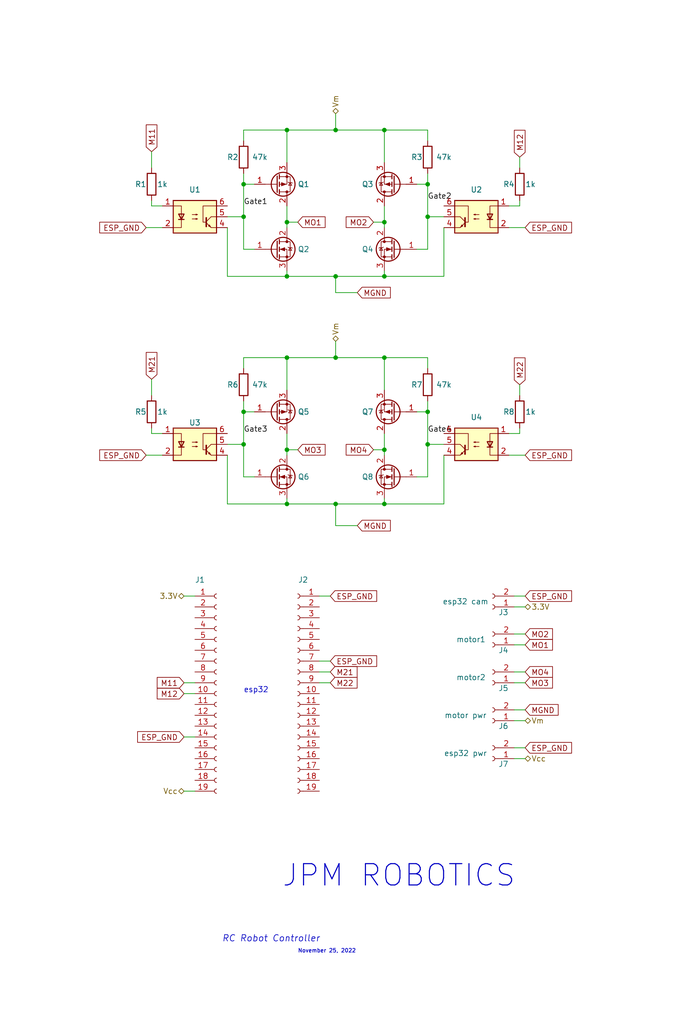
<source format=kicad_sch>
(kicad_sch (version 20211123) (generator eeschema)
  (paper "User" 159.995 240.005)
  (lib_symbols
    (symbol "Connector:Conn_01x02_Female" (pin_names (offset 1.016) hide)
      (property "Reference" "J" (at 0 2.54 0))
      (property "Value" "Conn_01x02_Female" (at 0 -5.08 0))
      (symbol "Conn_01x02_Female_1_1"
        (arc (start 0 -2.032) (mid -0.508 -2.54) (end 0 -3.048) (stroke (width 0.1524)))
        (polyline (pts (xy -1.27 -2.54) (xy -0.508 -2.54)) (stroke (width 0.1524)))
        (polyline (pts (xy -1.27 0) (xy -0.508 0)) (stroke (width 0.1524)))
        (arc (start 0 0.508) (mid -0.508 0) (end 0 -0.508) (stroke (width 0.1524)))
        (pin passive line (at -5.08 0 0) (length 3.81) (name "Pin_1") (number "1"))
        (pin passive line (at -5.08 -2.54 0) (length 3.81) (name "Pin_2") (number "2"))
      )
    )
    (symbol "Connector:Conn_01x19_Female" (pin_names (offset 1.016) hide)
      (property "Reference" "J" (at 0 25.4 0))
      (property "Value" "Conn_01x19_Female" (at 0 -25.4 0))
      (symbol "Conn_01x19_Female_1_1"
        (arc (start 0 -22.352) (mid -0.508 -22.86) (end 0 -23.368) (stroke (width 0.1524)))
        (arc (start 0 -19.812) (mid -0.508 -20.32) (end 0 -20.828) (stroke (width 0.1524)))
        (arc (start 0 -17.272) (mid -0.508 -17.78) (end 0 -18.288) (stroke (width 0.1524)))
        (arc (start 0 -14.732) (mid -0.508 -15.24) (end 0 -15.748) (stroke (width 0.1524)))
        (arc (start 0 -12.192) (mid -0.508 -12.7) (end 0 -13.208) (stroke (width 0.1524)))
        (arc (start 0 -9.652) (mid -0.508 -10.16) (end 0 -10.668) (stroke (width 0.1524)))
        (arc (start 0 -7.112) (mid -0.508 -7.62) (end 0 -8.128) (stroke (width 0.1524)))
        (arc (start 0 -4.572) (mid -0.508 -5.08) (end 0 -5.588) (stroke (width 0.1524)))
        (arc (start 0 -2.032) (mid -0.508 -2.54) (end 0 -3.048) (stroke (width 0.1524)))
        (polyline (pts (xy -1.27 -22.86) (xy -0.508 -22.86)) (stroke (width 0.1524)))
        (polyline (pts (xy -1.27 -20.32) (xy -0.508 -20.32)) (stroke (width 0.1524)))
        (polyline (pts (xy -1.27 -17.78) (xy -0.508 -17.78)) (stroke (width 0.1524)))
        (polyline (pts (xy -1.27 -15.24) (xy -0.508 -15.24)) (stroke (width 0.1524)))
        (polyline (pts (xy -1.27 -12.7) (xy -0.508 -12.7)) (stroke (width 0.1524)))
        (polyline (pts (xy -1.27 -10.16) (xy -0.508 -10.16)) (stroke (width 0.1524)))
        (polyline (pts (xy -1.27 -7.62) (xy -0.508 -7.62)) (stroke (width 0.1524)))
        (polyline (pts (xy -1.27 -5.08) (xy -0.508 -5.08)) (stroke (width 0.1524)))
        (polyline (pts (xy -1.27 -2.54) (xy -0.508 -2.54)) (stroke (width 0.1524)))
        (polyline (pts (xy -1.27 0) (xy -0.508 0)) (stroke (width 0.1524)))
        (polyline (pts (xy -1.27 2.54) (xy -0.508 2.54)) (stroke (width 0.1524)))
        (polyline (pts (xy -1.27 5.08) (xy -0.508 5.08)) (stroke (width 0.1524)))
        (polyline (pts (xy -1.27 7.62) (xy -0.508 7.62)) (stroke (width 0.1524)))
        (polyline (pts (xy -1.27 10.16) (xy -0.508 10.16)) (stroke (width 0.1524)))
        (polyline (pts (xy -1.27 12.7) (xy -0.508 12.7)) (stroke (width 0.1524)))
        (polyline (pts (xy -1.27 15.24) (xy -0.508 15.24)) (stroke (width 0.1524)))
        (polyline (pts (xy -1.27 17.78) (xy -0.508 17.78)) (stroke (width 0.1524)))
        (polyline (pts (xy -1.27 20.32) (xy -0.508 20.32)) (stroke (width 0.1524)))
        (polyline (pts (xy -1.27 22.86) (xy -0.508 22.86)) (stroke (width 0.1524)))
        (arc (start 0 0.508) (mid -0.508 0) (end 0 -0.508) (stroke (width 0.1524)))
        (arc (start 0 3.048) (mid -0.508 2.54) (end 0 2.032) (stroke (width 0.1524)))
        (arc (start 0 5.588) (mid -0.508 5.08) (end 0 4.572) (stroke (width 0.1524)))
        (arc (start 0 8.128) (mid -0.508 7.62) (end 0 7.112) (stroke (width 0.1524)))
        (arc (start 0 10.668) (mid -0.508 10.16) (end 0 9.652) (stroke (width 0.1524)))
        (arc (start 0 13.208) (mid -0.508 12.7) (end 0 12.192) (stroke (width 0.1524)))
        (arc (start 0 15.748) (mid -0.508 15.24) (end 0 14.732) (stroke (width 0.1524)))
        (arc (start 0 18.288) (mid -0.508 17.78) (end 0 17.272) (stroke (width 0.1524)))
        (arc (start 0 20.828) (mid -0.508 20.32) (end 0 19.812) (stroke (width 0.1524)))
        (arc (start 0 23.368) (mid -0.508 22.86) (end 0 22.352) (stroke (width 0.1524)))
        (pin passive line (at -5.08 22.86 0) (length 3.81) (name "Pin_1") (number "1"))
        (pin passive line (at -5.08 0 0) (length 3.81) (name "Pin_10") (number "10"))
        (pin passive line (at -5.08 -2.54 0) (length 3.81) (name "Pin_11") (number "11"))
        (pin passive line (at -5.08 -5.08 0) (length 3.81) (name "Pin_12") (number "12"))
        (pin passive line (at -5.08 -7.62 0) (length 3.81) (name "Pin_13") (number "13"))
        (pin passive line (at -5.08 -10.16 0) (length 3.81) (name "Pin_14") (number "14"))
        (pin passive line (at -5.08 -12.7 0) (length 3.81) (name "Pin_15") (number "15"))
        (pin passive line (at -5.08 -15.24 0) (length 3.81) (name "Pin_16") (number "16"))
        (pin passive line (at -5.08 -17.78 0) (length 3.81) (name "Pin_17") (number "17"))
        (pin passive line (at -5.08 -20.32 0) (length 3.81) (name "Pin_18") (number "18"))
        (pin passive line (at -5.08 -22.86 0) (length 3.81) (name "Pin_19") (number "19"))
        (pin passive line (at -5.08 20.32 0) (length 3.81) (name "Pin_2") (number "2"))
        (pin passive line (at -5.08 17.78 0) (length 3.81) (name "Pin_3") (number "3"))
        (pin passive line (at -5.08 15.24 0) (length 3.81) (name "Pin_4") (number "4"))
        (pin passive line (at -5.08 12.7 0) (length 3.81) (name "Pin_5") (number "5"))
        (pin passive line (at -5.08 10.16 0) (length 3.81) (name "Pin_6") (number "6"))
        (pin passive line (at -5.08 7.62 0) (length 3.81) (name "Pin_7") (number "7"))
        (pin passive line (at -5.08 5.08 0) (length 3.81) (name "Pin_8") (number "8"))
        (pin passive line (at -5.08 2.54 0) (length 3.81) (name "Pin_9") (number "9"))
      )
    )
    (symbol "Device:Q_NMOS_GDS" (pin_names (offset 0) hide)
      (property "Reference" "Q" (at 5.08 1.27 0))
      (property "Value" "Q_NMOS_GDS" (at 5.08 -1.27 0))
      (symbol "Q_NMOS_GDS_0_1"
        (polyline (pts (xy 0.254 0) (xy -2.54 0)))
        (polyline (pts (xy 0.254 1.905) (xy 0.254 -1.905)) (stroke (width 0.254)))
        (polyline (pts (xy 0.762 -1.27) (xy 0.762 -2.286)) (stroke (width 0.254)))
        (polyline (pts (xy 0.762 0.508) (xy 0.762 -0.508)) (stroke (width 0.254)))
        (polyline (pts (xy 0.762 2.286) (xy 0.762 1.27)) (stroke (width 0.254)))
        (polyline (pts (xy 2.54 2.54) (xy 2.54 1.778)))
        (polyline (pts (xy 2.54 -2.54) (xy 2.54 0) (xy 0.762 0)))
        (polyline (pts (xy 0.762 -1.778) (xy 3.302 -1.778) (xy 3.302 1.778) (xy 0.762 1.778)))
        (polyline (pts (xy 1.016 0) (xy 2.032 0.381) (xy 2.032 -0.381) (xy 1.016 0)) (fill (type outline)))
        (polyline (pts (xy 2.794 0.508) (xy 2.921 0.381) (xy 3.683 0.381) (xy 3.81 0.254)))
        (polyline (pts (xy 3.302 0.381) (xy 2.921 -0.254) (xy 3.683 -0.254) (xy 3.302 0.381)))
        (circle (center 1.651 0) (radius 2.794) (stroke (width 0.254)))
        (circle (center 2.54 -1.778) (radius 0.254) (fill (type outline)))
        (circle (center 2.54 1.778) (radius 0.254) (fill (type outline)))
      )
      (symbol "Q_NMOS_GDS_1_1"
        (pin input line (at -5.08 0 0) (length 2.54) (name "G") (number "1"))
        (pin passive line (at 2.54 5.08 270) (length 2.54) (name "D") (number "2"))
        (pin passive line (at 2.54 -5.08 90) (length 2.54) (name "S") (number "3"))
      )
    )
    (symbol "Device:Q_PMOS_GDS" (pin_names (offset 0) hide)
      (property "Reference" "Q" (at 5.08 1.27 0))
      (property "Value" "Q_PMOS_GDS" (at 5.08 -1.27 0))
      (symbol "Q_PMOS_GDS_0_1"
        (polyline (pts (xy 0.254 0) (xy -2.54 0)))
        (polyline (pts (xy 0.254 1.905) (xy 0.254 -1.905)) (stroke (width 0.254)))
        (polyline (pts (xy 0.762 -1.27) (xy 0.762 -2.286)) (stroke (width 0.254)))
        (polyline (pts (xy 0.762 0.508) (xy 0.762 -0.508)) (stroke (width 0.254)))
        (polyline (pts (xy 0.762 2.286) (xy 0.762 1.27)) (stroke (width 0.254)))
        (polyline (pts (xy 2.54 2.54) (xy 2.54 1.778)))
        (polyline (pts (xy 2.54 -2.54) (xy 2.54 0) (xy 0.762 0)))
        (polyline (pts (xy 0.762 1.778) (xy 3.302 1.778) (xy 3.302 -1.778) (xy 0.762 -1.778)))
        (polyline (pts (xy 2.286 0) (xy 1.27 0.381) (xy 1.27 -0.381) (xy 2.286 0)) (fill (type outline)))
        (polyline (pts (xy 2.794 -0.508) (xy 2.921 -0.381) (xy 3.683 -0.381) (xy 3.81 -0.254)))
        (polyline (pts (xy 3.302 -0.381) (xy 2.921 0.254) (xy 3.683 0.254) (xy 3.302 -0.381)))
        (circle (center 1.651 0) (radius 2.794) (stroke (width 0.254)))
        (circle (center 2.54 -1.778) (radius 0.254) (fill (type outline)))
        (circle (center 2.54 1.778) (radius 0.254) (fill (type outline)))
      )
      (symbol "Q_PMOS_GDS_1_1"
        (pin input line (at -5.08 0 0) (length 2.54) (name "G") (number "1"))
        (pin passive line (at 2.54 5.08 270) (length 2.54) (name "D") (number "2"))
        (pin passive line (at 2.54 -5.08 90) (length 2.54) (name "S") (number "3"))
      )
    )
    (symbol "Device:R" (pin_numbers hide) (pin_names (offset 0))
      (property "Reference" "R" (at 2.032 0 90))
      (property "Value" "R" (at 0 0 90))
      (symbol "R_0_1"
        (rectangle (start -1.016 -2.54) (end 1.016 2.54) (stroke (width 0.254)))
      )
      (symbol "R_1_1"
        (pin passive line (at 0 3.81 270) (length 1.27) (name "~") (number "1"))
        (pin passive line (at 0 -3.81 90) (length 1.27) (name "~") (number "2"))
      )
    )
    (symbol "Isolator:4N25" (pin_names (offset 1.016))
      (property "Reference" "U" (at -5.08 5.08 0))
      (property "Value" "4N25" (at 0 5.08 0))
      (symbol "4N25_0_1"
        (rectangle (start -5.08 3.81) (end 5.08 -3.81) (stroke (width 0.254)) (fill (type background)))
        (polyline (pts (xy -3.81 -0.635) (xy -2.54 -0.635)) (stroke (width 0.254)))
        (polyline (pts (xy 2.667 -1.397) (xy 3.81 -2.54)))
        (polyline (pts (xy 2.667 -1.143) (xy 3.81 0)))
        (polyline (pts (xy 3.81 -2.54) (xy 5.08 -2.54)))
        (polyline (pts (xy 3.81 0) (xy 5.08 0)))
        (polyline (pts (xy 2.667 -0.254) (xy 2.667 -2.286) (xy 2.667 -2.286)) (stroke (width 0.3556)))
        (polyline (pts (xy -5.08 -2.54) (xy -3.175 -2.54) (xy -3.175 2.54) (xy -5.08 2.54)))
        (polyline (pts (xy -3.175 -0.635) (xy -3.81 0.635) (xy -2.54 0.635) (xy -3.175 -0.635)) (stroke (width 0.254)))
        (polyline (pts (xy 3.683 -2.413) (xy 3.429 -1.905) (xy 3.175 -2.159) (xy 3.683 -2.413)))
        (polyline (pts (xy 5.08 2.54) (xy 1.905 2.54) (xy 1.905 -1.27) (xy 2.54 -1.27)))
        (polyline (pts (xy -0.635 -0.508) (xy 0.635 -0.508) (xy 0.254 -0.635) (xy 0.254 -0.381) (xy 0.635 -0.508)))
        (polyline (pts (xy -0.635 0.508) (xy 0.635 0.508) (xy 0.254 0.381) (xy 0.254 0.635) (xy 0.635 0.508)))
      )
      (symbol "4N25_1_1"
        (pin passive line (at -7.62 2.54 0) (length 2.54) (name "~") (number "1"))
        (pin passive line (at -7.62 -2.54 0) (length 2.54) (name "~") (number "2"))
        (pin no_connect line (at -5.08 0 0) (length 2.54) hide (name "NC") (number "3"))
        (pin passive line (at 7.62 -2.54 180) (length 2.54) (name "~") (number "4"))
        (pin passive line (at 7.62 0 180) (length 2.54) (name "~") (number "5"))
        (pin passive line (at 7.62 2.54 180) (length 2.54) (name "~") (number "6"))
      )
    )
  )
  (junction (at 100.33 104.14))
  (junction (at 100.33 43.18))
  (junction (at 67.31 30.48))
  (junction (at 90.17 64.77))
  (junction (at 57.15 104.14))
  (junction (at 67.31 105.41))
  (junction (at 100.33 96.52))
  (junction (at 57.15 50.8))
  (junction (at 78.74 83.82))
  (junction (at 90.17 105.41))
  (junction (at 90.17 52.07))
  (junction (at 67.31 83.82))
  (junction (at 78.74 30.48))
  (junction (at 100.33 50.8))
  (junction (at 78.74 118.11))
  (junction (at 90.17 83.82))
  (junction (at 67.31 52.07))
  (junction (at 57.15 43.18))
  (junction (at 67.31 118.11))
  (junction (at 78.74 64.77))
  (junction (at 90.17 118.11))
  (junction (at 90.17 30.48))
  (junction (at 57.15 96.52))
  (junction (at 67.31 64.77))
  (wire (pts (xy 83.82 68.58) (xy 78.74 68.58)))
  (wire (pts (xy 57.15 83.82) (xy 67.31 83.82)))
  (wire (pts (xy 67.31 63.5) (xy 67.31 64.77)))
  (wire (pts (xy 53.34 53.34) (xy 53.34 64.77)))
  (wire (pts (xy 67.31 101.6) (xy 67.31 105.41)))
  (wire (pts (xy 78.74 118.11) (xy 90.17 118.11)))
  (wire (pts (xy 97.79 58.42) (xy 100.33 58.42)))
  (wire (pts (xy 53.34 104.14) (xy 57.15 104.14)))
  (wire (pts (xy 57.15 43.18) (xy 57.15 50.8)))
  (wire (pts (xy 104.14 106.68) (xy 104.14 118.11)))
  (wire (pts (xy 100.33 33.02) (xy 100.33 30.48)))
  (wire (pts (xy 120.65 157.48) (xy 123.19 157.48)))
  (wire (pts (xy 87.63 52.07) (xy 90.17 52.07)))
  (wire (pts (xy 90.17 52.07) (xy 90.17 53.34)))
  (wire (pts (xy 90.17 64.77) (xy 90.17 63.5)))
  (wire (pts (xy 120.65 168.91) (xy 123.19 168.91)))
  (wire (pts (xy 100.33 86.36) (xy 100.33 83.82)))
  (wire (pts (xy 43.18 139.7) (xy 45.72 139.7)))
  (wire (pts (xy 34.29 53.34) (xy 38.1 53.34)))
  (wire (pts (xy 57.15 104.14) (xy 57.15 111.76)))
  (wire (pts (xy 74.93 139.7) (xy 77.47 139.7)))
  (wire (pts (xy 59.69 58.42) (xy 57.15 58.42)))
  (wire (pts (xy 120.65 142.24) (xy 123.19 142.24)))
  (wire (pts (xy 90.17 30.48) (xy 100.33 30.48)))
  (wire (pts (xy 119.38 106.68) (xy 123.19 106.68)))
  (wire (pts (xy 43.18 160.02) (xy 45.72 160.02)))
  (wire (pts (xy 53.34 64.77) (xy 67.31 64.77)))
  (wire (pts (xy 67.31 118.11) (xy 78.74 118.11)))
  (wire (pts (xy 97.79 111.76) (xy 100.33 111.76)))
  (wire (pts (xy 43.18 162.56) (xy 45.72 162.56)))
  (wire (pts (xy 57.15 50.8) (xy 57.15 58.42)))
  (wire (pts (xy 57.15 96.52) (xy 57.15 104.14)))
  (wire (pts (xy 121.92 100.33) (xy 121.92 101.6)))
  (wire (pts (xy 35.56 35.56) (xy 35.56 39.37)))
  (wire (pts (xy 100.33 40.64) (xy 100.33 43.18)))
  (wire (pts (xy 74.93 154.94) (xy 77.47 154.94)))
  (wire (pts (xy 35.56 101.6) (xy 38.1 101.6)))
  (wire (pts (xy 104.14 64.77) (xy 90.17 64.77)))
  (wire (pts (xy 119.38 101.6) (xy 121.92 101.6)))
  (wire (pts (xy 90.17 30.48) (xy 90.17 38.1)))
  (wire (pts (xy 120.65 148.59) (xy 123.19 148.59)))
  (wire (pts (xy 87.63 105.41) (xy 90.17 105.41)))
  (wire (pts (xy 57.15 43.18) (xy 59.69 43.18)))
  (wire (pts (xy 57.15 96.52) (xy 59.69 96.52)))
  (wire (pts (xy 67.31 105.41) (xy 67.31 106.68)))
  (wire (pts (xy 100.33 93.98) (xy 100.33 96.52)))
  (wire (pts (xy 90.17 48.26) (xy 90.17 52.07)))
  (wire (pts (xy 90.17 83.82) (xy 90.17 91.44)))
  (wire (pts (xy 90.17 105.41) (xy 90.17 106.68)))
  (wire (pts (xy 90.17 101.6) (xy 90.17 105.41)))
  (wire (pts (xy 78.74 83.82) (xy 90.17 83.82)))
  (wire (pts (xy 35.56 46.99) (xy 35.56 48.26)))
  (wire (pts (xy 35.56 48.26) (xy 38.1 48.26)))
  (wire (pts (xy 97.79 96.52) (xy 100.33 96.52)))
  (wire (pts (xy 74.93 160.02) (xy 77.47 160.02)))
  (wire (pts (xy 123.19 175.26) (xy 120.65 175.26)))
  (wire (pts (xy 67.31 83.82) (xy 78.74 83.82)))
  (wire (pts (xy 120.65 151.13) (xy 123.19 151.13)))
  (wire (pts (xy 43.18 172.72) (xy 45.72 172.72)))
  (wire (pts (xy 119.38 53.34) (xy 123.19 53.34)))
  (wire (pts (xy 57.15 40.64) (xy 57.15 43.18)))
  (wire (pts (xy 57.15 93.98) (xy 57.15 96.52)))
  (wire (pts (xy 43.18 185.42) (xy 45.72 185.42)))
  (wire (pts (xy 100.33 50.8) (xy 100.33 58.42)))
  (wire (pts (xy 119.38 48.26) (xy 121.92 48.26)))
  (wire (pts (xy 35.56 88.9) (xy 35.56 92.71)))
  (wire (pts (xy 67.31 52.07) (xy 69.85 52.07)))
  (wire (pts (xy 57.15 30.48) (xy 67.31 30.48)))
  (wire (pts (xy 59.69 111.76) (xy 57.15 111.76)))
  (wire (pts (xy 78.74 80.01) (xy 78.74 83.82)))
  (wire (pts (xy 100.33 96.52) (xy 100.33 104.14)))
  (wire (pts (xy 121.92 36.83) (xy 121.92 39.37)))
  (wire (pts (xy 53.34 50.8) (xy 57.15 50.8)))
  (wire (pts (xy 123.19 177.8) (xy 120.65 177.8)))
  (wire (pts (xy 120.65 166.37) (xy 123.19 166.37)))
  (wire (pts (xy 35.56 100.33) (xy 35.56 101.6)))
  (wire (pts (xy 67.31 52.07) (xy 67.31 53.34)))
  (wire (pts (xy 57.15 86.36) (xy 57.15 83.82)))
  (wire (pts (xy 120.65 139.7) (xy 123.19 139.7)))
  (wire (pts (xy 78.74 64.77) (xy 78.74 68.58)))
  (wire (pts (xy 100.33 104.14) (xy 100.33 111.76)))
  (wire (pts (xy 104.14 118.11) (xy 90.17 118.11)))
  (wire (pts (xy 74.93 157.48) (xy 77.47 157.48)))
  (wire (pts (xy 67.31 83.82) (xy 67.31 91.44)))
  (wire (pts (xy 67.31 48.26) (xy 67.31 52.07)))
  (wire (pts (xy 78.74 123.19) (xy 78.74 118.11)))
  (wire (pts (xy 104.14 53.34) (xy 104.14 64.77)))
  (wire (pts (xy 57.15 33.02) (xy 57.15 30.48)))
  (wire (pts (xy 121.92 90.17) (xy 121.92 92.71)))
  (wire (pts (xy 67.31 30.48) (xy 78.74 30.48)))
  (wire (pts (xy 97.79 43.18) (xy 100.33 43.18)))
  (wire (pts (xy 90.17 83.82) (xy 100.33 83.82)))
  (wire (pts (xy 100.33 50.8) (xy 104.14 50.8)))
  (wire (pts (xy 67.31 105.41) (xy 69.85 105.41)))
  (wire (pts (xy 53.34 118.11) (xy 67.31 118.11)))
  (wire (pts (xy 90.17 118.11) (xy 90.17 116.84)))
  (wire (pts (xy 100.33 43.18) (xy 100.33 50.8)))
  (wire (pts (xy 78.74 26.67) (xy 78.74 30.48)))
  (wire (pts (xy 67.31 116.84) (xy 67.31 118.11)))
  (wire (pts (xy 34.29 106.68) (xy 38.1 106.68)))
  (wire (pts (xy 67.31 30.48) (xy 67.31 38.1)))
  (wire (pts (xy 53.34 106.68) (xy 53.34 118.11)))
  (wire (pts (xy 120.65 160.02) (xy 123.19 160.02)))
  (wire (pts (xy 100.33 104.14) (xy 104.14 104.14)))
  (wire (pts (xy 78.74 64.77) (xy 90.17 64.77)))
  (wire (pts (xy 83.82 123.19) (xy 78.74 123.19)))
  (wire (pts (xy 78.74 30.48) (xy 90.17 30.48)))
  (wire (pts (xy 121.92 46.99) (xy 121.92 48.26)))
  (wire (pts (xy 67.31 64.77) (xy 78.74 64.77)))
  (text "esp32" (at 57.15 162.56 0) (effects (font (size 1.27 1.27)) (justify left bottom)))
  (text "November 25, 2022" (at 69.85 223.52 0) (effects (font (size 0.9 0.9)) (justify left bottom)))
  (text "JPM ROBOTICS" (at 66.04 208.28 0) (effects (font (size 5 5) (thickness 0.254) bold) (justify left bottom)))
  (text "RC Robot Controller\n" (at 52.07 220.98 0) (effects (font (size 1.5 1.5) italic) (justify left bottom)))
  (label "Gate2" (at 100.33 46.99 0))
  (label "Gate1" (at 57.15 48.26 0))
  (label "Gate3" (at 57.15 101.6 0))
  (label "Gate4" (at 100.33 101.6 0))
  (global_label "MO1" (shape input) (at 123.19 151.13 0) (property "Intersheet References" "${INTERSHEET_REFS}" (effects hide)))
  (global_label "ESP_GND" (shape input) (at 43.18 172.72 180) (property "Intersheet References" "${INTERSHEET_REFS}" (effects hide)))
  (global_label "MO2" (shape input) (at 87.63 52.07 180) (property "Intersheet References" "${INTERSHEET_REFS}" (effects hide)))
  (global_label "M21" (shape input) (at 77.47 157.48 0) (property "Intersheet References" "${INTERSHEET_REFS}" (effects hide)))
  (global_label "M21" (shape input) (at 35.56 88.9 90) (property "Intersheet References" "${INTERSHEET_REFS}" (effects hide)))
  (global_label "MO3" (shape input) (at 123.19 160.02 0) (property "Intersheet References" "${INTERSHEET_REFS}" (effects hide)))
  (global_label "ESP_GND" (shape input) (at 34.29 53.34 180) (property "Intersheet References" "${INTERSHEET_REFS}" (effects hide)))
  (global_label "ESP_GND" (shape input) (at 34.29 106.68 180) (property "Intersheet References" "${INTERSHEET_REFS}" (effects hide)))
  (global_label "M22" (shape input) (at 77.47 160.02 0) (property "Intersheet References" "${INTERSHEET_REFS}" (effects hide)))
  (global_label "ESP_GND" (shape input) (at 123.19 139.7 0) (property "Intersheet References" "${INTERSHEET_REFS}" (effects hide)))
  (global_label "ESP_GND" (shape input) (at 77.47 154.94 0) (property "Intersheet References" "${INTERSHEET_REFS}" (effects hide)))
  (global_label "MO1" (shape input) (at 69.85 52.07 0) (property "Intersheet References" "${INTERSHEET_REFS}" (effects hide)))
  (global_label "ESP_GND" (shape input) (at 123.19 106.68 0) (property "Intersheet References" "${INTERSHEET_REFS}" (effects hide)))
  (global_label "MO2" (shape input) (at 123.19 148.59 0) (property "Intersheet References" "${INTERSHEET_REFS}" (effects hide)))
  (global_label "M11" (shape input) (at 43.18 160.02 180) (property "Intersheet References" "${INTERSHEET_REFS}" (effects hide)))
  (global_label "ESP_GND" (shape input) (at 123.19 175.26 0) (property "Intersheet References" "${INTERSHEET_REFS}" (effects hide)))
  (global_label "MO3" (shape input) (at 69.85 105.41 0) (property "Intersheet References" "${INTERSHEET_REFS}" (effects hide)))
  (global_label "M11" (shape input) (at 35.56 35.56 90) (property "Intersheet References" "${INTERSHEET_REFS}" (effects hide)))
  (global_label "MO4" (shape input) (at 123.19 157.48 0) (property "Intersheet References" "${INTERSHEET_REFS}" (effects hide)))
  (global_label "MGND" (shape input) (at 83.82 68.58 0) (property "Intersheet References" "${INTERSHEET_REFS}" (effects hide)))
  (global_label "MGND" (shape input) (at 83.82 123.19 0) (property "Intersheet References" "${INTERSHEET_REFS}" (effects hide)))
  (global_label "ESP_GND" (shape input) (at 123.19 53.34 0) (property "Intersheet References" "${INTERSHEET_REFS}" (effects hide)))
  (global_label "M12" (shape input) (at 43.18 162.56 180) (property "Intersheet References" "${INTERSHEET_REFS}" (effects hide)))
  (global_label "MO4" (shape input) (at 87.63 105.41 180) (property "Intersheet References" "${INTERSHEET_REFS}" (effects hide)))
  (global_label "M22" (shape input) (at 121.92 90.17 90) (property "Intersheet References" "${INTERSHEET_REFS}" (effects hide)))
  (global_label "ESP_GND" (shape input) (at 77.47 139.7 0) (property "Intersheet References" "${INTERSHEET_REFS}" (effects hide)))
  (global_label "M12" (shape input) (at 121.92 36.83 90) (property "Intersheet References" "${INTERSHEET_REFS}" (effects hide)))
  (global_label "MGND" (shape input) (at 123.19 166.37 0) (property "Intersheet References" "${INTERSHEET_REFS}" (effects hide)))
  (hierarchical_label "3.3V" (shape bidirectional) (at 43.18 139.7 180))
  (hierarchical_label "3.3V" (shape bidirectional) (at 123.19 142.24 0))
  (hierarchical_label "Vm" (shape bidirectional) (at 78.74 26.67 90))
  (hierarchical_label "Vm" (shape bidirectional) (at 78.74 80.01 90))
  (hierarchical_label "Vcc" (shape bidirectional) (at 43.18 185.42 180))
  (hierarchical_label "Vm" (shape bidirectional) (at 123.19 168.91 0))
  (hierarchical_label "Vcc" (shape bidirectional) (at 123.19 177.8 0))
  (symbol (lib_id "Connector:Conn_01x02_Female") (at 115.57 160.02 180) (unit 1)
    (property "Reference" "J5" (at 118.11 161.29 0))
    (property "Value" "motor2" (at 110.49 158.75 0))
    (property "Footprint" "Connector_PinHeader_2.54mm:PinHeader_1x02_P2.54mm_Vertical" (effects hide))
  )
  (symbol (lib_id "Isolator:4N25") (at 45.72 50.8 0) (unit 1)
    (property "Reference" "U1" (at 45.72 44.45 0))
    (property "Value" "4N25" (effects hide))
    (property "Footprint" "Package_DIP:DIP-6_W7.62mm" (effects hide))
    (property "Datasheet" "https://www.vishay.com/docs/83725/4n25.pdf" (effects hide))
  )
  (symbol (lib_id "Isolator:4N25") (at 111.76 50.8 0) (mirror y) (unit 1)
    (property "Reference" "U2" (at 111.76 44.45 0))
    (property "Value" "4N25" (effects hide))
    (property "Footprint" "Package_DIP:DIP-6_W7.62mm" (effects hide))
    (property "Datasheet" "https://www.vishay.com/docs/83725/4n25.pdf" (effects hide))
  )
  (symbol (lib_id "Device:Q_PMOS_GDS") (at 64.77 96.52 0) (mirror x) (unit 1)
    (property "Reference" "Q5" (at 69.85 96.52 0) (effects (justify left)))
    (property "Value" "Q_PMOS_GDS" (effects hide))
    (property "Footprint" "Downloads:SOIC127P490X600X175-8N" (effects hide))
  )
  (symbol (lib_id "Connector:Conn_01x02_Female") (at 115.57 177.8 180) (unit 1)
    (property "Reference" "J7" (at 118.11 179.07 0))
    (property "Value" "esp32 pwr" (at 109.22 176.53 0))
    (property "Footprint" "Connector_PinHeader_2.54mm:PinHeader_1x02_P2.54mm_Vertical" (effects hide))
  )
  (symbol (lib_id "Connector:Conn_01x02_Female") (at 115.57 151.13 180) (unit 1)
    (property "Reference" "J4" (at 118.11 152.4 0))
    (property "Value" "motor1" (at 110.49 149.86 0))
    (property "Footprint" "Connector_PinHeader_2.54mm:PinHeader_1x02_P2.54mm_Vertical" (effects hide))
  )
  (symbol (lib_id "Device:Q_NMOS_GDS") (at 92.71 111.76 0) (mirror y) (unit 1)
    (property "Reference" "Q8" (at 87.63 111.76 0) (effects (justify left)))
    (property "Value" "Q_NMOS_GDS" (effects hide))
    (property "Footprint" "Downloads:SOIC127P490X600X175-8N" (effects hide))
  )
  (symbol (lib_id "Device:R") (at 35.56 43.18 180) (unit 1)
    (property "Reference" "R1" (at 33.02 43.18 0))
    (property "Value" "1k" (at 38.1 43.18 0))
    (property "Footprint" "Resistor_SMD:R_0201_0603Metric_Pad0.64x0.40mm_HandSolder" (effects hide))
  )
  (symbol (lib_id "Device:R") (at 100.33 36.83 180) (unit 1)
    (property "Reference" "R3" (at 97.79 36.83 0))
    (property "Value" "47k" (at 104.14 36.83 0))
    (property "Footprint" "Resistor_SMD:R_0201_0603Metric_Pad0.64x0.40mm_HandSolder" (effects hide))
  )
  (symbol (lib_id "Device:Q_PMOS_GDS") (at 64.77 43.18 0) (mirror x) (unit 1)
    (property "Reference" "Q1" (at 69.85 43.18 0) (effects (justify left)))
    (property "Value" "Q_PMOS_GDS" (effects hide))
    (property "Footprint" "Downloads:SOIC127P490X600X175-8N" (effects hide))
  )
  (symbol (lib_id "Device:Q_NMOS_GDS") (at 64.77 111.76 0) (unit 1)
    (property "Reference" "Q6" (at 69.85 111.76 0) (effects (justify left)))
    (property "Value" "Q_NMOS_GDS" (effects hide))
    (property "Footprint" "Downloads:SOIC127P490X600X175-8N" (effects hide))
  )
  (symbol (lib_id "Connector:Conn_01x02_Female") (at 115.57 142.24 180) (unit 1)
    (property "Reference" "J3" (at 118.11 143.51 0))
    (property "Value" "esp32 cam" (at 109.22 140.97 0))
    (property "Footprint" "Connector_PinHeader_2.54mm:PinHeader_1x02_P2.54mm_Vertical" (effects hide))
  )
  (symbol (lib_id "Connector:Conn_01x19_Female") (at 50.8 162.56 0) (unit 1)
    (property "Reference" "J1" (at 45.72 135.89 0) (effects (justify left)))
    (property "Value" "Conn_01x19_Female" (effects hide))
    (property "Footprint" "Connector_PinSocket_2.54mm:PinSocket_1x19_P2.54mm_Vertical" (effects hide))
  )
  (symbol (lib_id "Device:R") (at 121.92 43.18 180) (unit 1)
    (property "Reference" "R4" (at 119.38 43.18 0))
    (property "Value" "1k" (at 124.46 43.18 0))
    (property "Footprint" "Resistor_SMD:R_0201_0603Metric_Pad0.64x0.40mm_HandSolder" (effects hide))
  )
  (symbol (lib_id "Device:R") (at 35.56 96.52 180) (unit 1)
    (property "Reference" "R5" (at 33.02 96.52 0))
    (property "Value" "1k" (at 38.1 96.52 0))
    (property "Footprint" "Resistor_SMD:R_0201_0603Metric_Pad0.64x0.40mm_HandSolder" (effects hide))
  )
  (symbol (lib_id "Device:R") (at 57.15 36.83 180) (unit 1)
    (property "Reference" "R2" (at 54.61 36.83 0))
    (property "Value" "47k" (at 60.96 36.83 0))
    (property "Footprint" "Resistor_SMD:R_0201_0603Metric_Pad0.64x0.40mm_HandSolder" (effects hide))
  )
  (symbol (lib_id "Connector:Conn_01x19_Female") (at 69.85 162.56 0) (mirror y) (unit 1)
    (property "Reference" "J2" (at 71.12 135.89 0))
    (property "Value" "Conn_01x19_Female" (effects hide))
    (property "Footprint" "Connector_PinSocket_2.54mm:PinSocket_1x19_P2.54mm_Vertical" (effects hide))
  )
  (symbol (lib_id "Device:R") (at 100.33 90.17 180) (unit 1)
    (property "Reference" "R7" (at 97.79 90.17 0))
    (property "Value" "47k" (at 104.14 90.17 0))
    (property "Footprint" "Resistor_SMD:R_0201_0603Metric_Pad0.64x0.40mm_HandSolder" (effects hide))
  )
  (symbol (lib_id "Isolator:4N25") (at 45.72 104.14 0) (unit 1)
    (property "Reference" "U3" (at 45.72 99.06 0))
    (property "Value" "4N25" (effects hide))
    (property "Footprint" "Package_DIP:DIP-6_W7.62mm" (effects hide))
    (property "Datasheet" "https://www.vishay.com/docs/83725/4n25.pdf" (effects hide))
  )
  (symbol (lib_id "Device:Q_NMOS_GDS") (at 64.77 58.42 0) (unit 1)
    (property "Reference" "Q2" (at 69.85 58.42 0) (effects (justify left)))
    (property "Value" "Q_NMOS_GDS" (effects hide))
    (property "Footprint" "Downloads:SOIC127P490X600X175-8N" (effects hide))
  )
  (symbol (lib_id "Device:Q_NMOS_GDS") (at 92.71 58.42 0) (mirror y) (unit 1)
    (property "Reference" "Q4" (at 87.63 58.42 0) (effects (justify left)))
    (property "Value" "Q_NMOS_GDS" (effects hide))
    (property "Footprint" "Downloads:SOIC127P490X600X175-8N" (effects hide))
  )
  (symbol (lib_id "Connector:Conn_01x02_Female") (at 115.57 168.91 180) (unit 1)
    (property "Reference" "J6" (at 118.11 170.18 0))
    (property "Value" "motor pwr" (at 109.22 167.64 0))
    (property "Footprint" "Connector_PinHeader_2.54mm:PinHeader_1x02_P2.54mm_Vertical" (effects hide))
  )
  (symbol (lib_id "Device:R") (at 121.92 96.52 180) (unit 1)
    (property "Reference" "R8" (at 119.38 96.52 0))
    (property "Value" "1k" (at 124.46 96.52 0))
    (property "Footprint" "Resistor_SMD:R_0201_0603Metric_Pad0.64x0.40mm_HandSolder" (effects hide))
  )
  (symbol (lib_id "Device:Q_PMOS_GDS") (at 92.71 96.52 180) (unit 1)
    (property "Reference" "Q7" (at 87.63 96.52 0) (effects (justify left)))
    (property "Value" "Q_PMOS_GDS" (effects hide))
    (property "Footprint" "Downloads:SOIC127P490X600X175-8N" (effects hide))
  )
  (symbol (lib_id "Device:R") (at 57.15 90.17 180) (unit 1)
    (property "Reference" "R6" (at 54.61 90.17 0))
    (property "Value" "47k" (at 60.96 90.17 0))
    (property "Footprint" "Resistor_SMD:R_0201_0603Metric_Pad0.64x0.40mm_HandSolder" (effects hide))
  )
  (symbol (lib_id "Isolator:4N25") (at 111.76 104.14 0) (mirror y) (unit 1)
    (property "Reference" "U4" (at 111.76 97.79 0))
    (property "Value" "4N25" (effects hide))
    (property "Footprint" "Package_DIP:DIP-6_W7.62mm" (effects hide))
    (property "Datasheet" "https://www.vishay.com/docs/83725/4n25.pdf" (effects hide))
  )
  (symbol (lib_id "Device:Q_PMOS_GDS") (at 92.71 43.18 180) (unit 1)
    (property "Reference" "Q3" (at 87.63 43.18 0) (effects (justify left)))
    (property "Value" "Q_PMOS_GDS" (effects hide))
    (property "Footprint" "Downloads:SOIC127P490X600X175-8N" (effects hide))
  )
)
</source>
